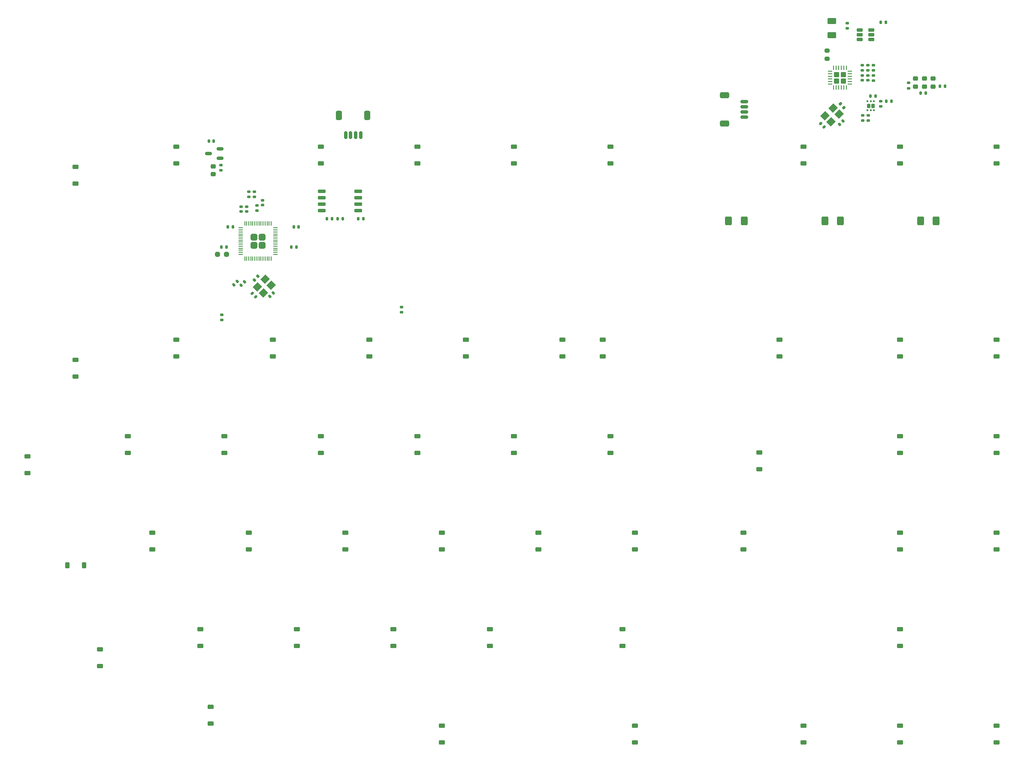
<source format=gbr>
%TF.GenerationSoftware,KiCad,Pcbnew,8.0.2*%
%TF.CreationDate,2024-11-08T19:37:49-08:00*%
%TF.ProjectId,gh80-5000-right,67683830-2d35-4303-9030-2d7269676874,rev?*%
%TF.SameCoordinates,Original*%
%TF.FileFunction,Paste,Bot*%
%TF.FilePolarity,Positive*%
%FSLAX46Y46*%
G04 Gerber Fmt 4.6, Leading zero omitted, Abs format (unit mm)*
G04 Created by KiCad (PCBNEW 8.0.2) date 2024-11-08 19:37:49*
%MOMM*%
%LPD*%
G01*
G04 APERTURE LIST*
G04 Aperture macros list*
%AMRoundRect*
0 Rectangle with rounded corners*
0 $1 Rounding radius*
0 $2 $3 $4 $5 $6 $7 $8 $9 X,Y pos of 4 corners*
0 Add a 4 corners polygon primitive as box body*
4,1,4,$2,$3,$4,$5,$6,$7,$8,$9,$2,$3,0*
0 Add four circle primitives for the rounded corners*
1,1,$1+$1,$2,$3*
1,1,$1+$1,$4,$5*
1,1,$1+$1,$6,$7*
1,1,$1+$1,$8,$9*
0 Add four rect primitives between the rounded corners*
20,1,$1+$1,$2,$3,$4,$5,0*
20,1,$1+$1,$4,$5,$6,$7,0*
20,1,$1+$1,$6,$7,$8,$9,0*
20,1,$1+$1,$8,$9,$2,$3,0*%
%AMRotRect*
0 Rectangle, with rotation*
0 The origin of the aperture is its center*
0 $1 length*
0 $2 width*
0 $3 Rotation angle, in degrees counterclockwise*
0 Add horizontal line*
21,1,$1,$2,0,0,$3*%
G04 Aperture macros list end*
%ADD10RoundRect,0.225000X0.375000X-0.225000X0.375000X0.225000X-0.375000X0.225000X-0.375000X-0.225000X0*%
%ADD11RoundRect,0.140000X0.219203X0.021213X0.021213X0.219203X-0.219203X-0.021213X-0.021213X-0.219203X0*%
%ADD12RoundRect,0.135000X-0.185000X0.135000X-0.185000X-0.135000X0.185000X-0.135000X0.185000X0.135000X0*%
%ADD13RoundRect,0.150000X0.625000X-0.150000X0.625000X0.150000X-0.625000X0.150000X-0.625000X-0.150000X0*%
%ADD14RoundRect,0.250000X0.650000X-0.350000X0.650000X0.350000X-0.650000X0.350000X-0.650000X-0.350000X0*%
%ADD15RoundRect,0.250000X-0.625000X0.375000X-0.625000X-0.375000X0.625000X-0.375000X0.625000X0.375000X0*%
%ADD16RotRect,1.400000X1.200000X45.000000*%
%ADD17RoundRect,0.140000X0.170000X-0.140000X0.170000X0.140000X-0.170000X0.140000X-0.170000X-0.140000X0*%
%ADD18RoundRect,0.140000X-0.021213X0.219203X-0.219203X0.021213X0.021213X-0.219203X0.219203X-0.021213X0*%
%ADD19RoundRect,0.135000X0.185000X-0.135000X0.185000X0.135000X-0.185000X0.135000X-0.185000X-0.135000X0*%
%ADD20RoundRect,0.237500X0.250000X0.237500X-0.250000X0.237500X-0.250000X-0.237500X0.250000X-0.237500X0*%
%ADD21RoundRect,0.150000X-0.150000X-0.625000X0.150000X-0.625000X0.150000X0.625000X-0.150000X0.625000X0*%
%ADD22RoundRect,0.250000X-0.350000X-0.650000X0.350000X-0.650000X0.350000X0.650000X-0.350000X0.650000X0*%
%ADD23RoundRect,0.218750X-0.256250X0.218750X-0.256250X-0.218750X0.256250X-0.218750X0.256250X0.218750X0*%
%ADD24RoundRect,0.140000X-0.140000X-0.170000X0.140000X-0.170000X0.140000X0.170000X-0.140000X0.170000X0*%
%ADD25RoundRect,0.135000X-0.135000X-0.185000X0.135000X-0.185000X0.135000X0.185000X-0.135000X0.185000X0*%
%ADD26RoundRect,0.249999X0.395001X0.395001X-0.395001X0.395001X-0.395001X-0.395001X0.395001X-0.395001X0*%
%ADD27RoundRect,0.050000X0.387500X0.050000X-0.387500X0.050000X-0.387500X-0.050000X0.387500X-0.050000X0*%
%ADD28RoundRect,0.050000X0.050000X0.387500X-0.050000X0.387500X-0.050000X-0.387500X0.050000X-0.387500X0*%
%ADD29RoundRect,0.150000X0.475000X0.150000X-0.475000X0.150000X-0.475000X-0.150000X0.475000X-0.150000X0*%
%ADD30RoundRect,0.140000X0.140000X0.170000X-0.140000X0.170000X-0.140000X-0.170000X0.140000X-0.170000X0*%
%ADD31RoundRect,0.135000X0.135000X0.185000X-0.135000X0.185000X-0.135000X-0.185000X0.135000X-0.185000X0*%
%ADD32RoundRect,0.135000X0.035355X-0.226274X0.226274X-0.035355X-0.035355X0.226274X-0.226274X0.035355X0*%
%ADD33RoundRect,0.225000X-0.375000X0.225000X-0.375000X-0.225000X0.375000X-0.225000X0.375000X0.225000X0*%
%ADD34RoundRect,0.140000X0.021213X-0.219203X0.219203X-0.021213X-0.021213X0.219203X-0.219203X0.021213X0*%
%ADD35RoundRect,0.140000X-0.170000X0.140000X-0.170000X-0.140000X0.170000X-0.140000X0.170000X0.140000X0*%
%ADD36RoundRect,0.225000X0.225000X0.375000X-0.225000X0.375000X-0.225000X-0.375000X0.225000X-0.375000X0*%
%ADD37RotRect,1.400000X1.200000X225.000000*%
%ADD38RoundRect,0.250000X0.275000X-0.275000X0.275000X0.275000X-0.275000X0.275000X-0.275000X-0.275000X0*%
%ADD39RoundRect,0.062500X0.062500X-0.375000X0.062500X0.375000X-0.062500X0.375000X-0.062500X-0.375000X0*%
%ADD40RoundRect,0.062500X0.375000X-0.062500X0.375000X0.062500X-0.375000X0.062500X-0.375000X-0.062500X0*%
%ADD41RoundRect,0.150000X-0.650000X-0.150000X0.650000X-0.150000X0.650000X0.150000X-0.650000X0.150000X0*%
%ADD42RoundRect,0.225000X-0.250000X0.225000X-0.250000X-0.225000X0.250000X-0.225000X0.250000X0.225000X0*%
%ADD43RoundRect,0.150000X0.512500X0.150000X-0.512500X0.150000X-0.512500X-0.150000X0.512500X-0.150000X0*%
%ADD44RoundRect,0.250000X-0.400000X-0.625000X0.400000X-0.625000X0.400000X0.625000X-0.400000X0.625000X0*%
%ADD45RoundRect,0.135000X0.226274X0.035355X0.035355X0.226274X-0.226274X-0.035355X-0.035355X-0.226274X0*%
%ADD46RoundRect,0.172500X0.172500X-0.262500X0.172500X0.262500X-0.172500X0.262500X-0.172500X-0.262500X0*%
%ADD47RoundRect,0.093750X0.106250X-0.093750X0.106250X0.093750X-0.106250X0.093750X-0.106250X-0.093750X0*%
%ADD48RoundRect,0.218750X0.256250X-0.218750X0.256250X0.218750X-0.256250X0.218750X-0.256250X-0.218750X0*%
%ADD49RoundRect,0.200000X-0.275000X0.200000X-0.275000X-0.200000X0.275000X-0.200000X0.275000X0.200000X0*%
G04 APERTURE END LIST*
D10*
%TO.C,D48*%
X279400000Y-97693750D03*
X279400000Y-94393750D03*
%TD*%
D11*
%TO.C,C15*%
X133176911Y-124039411D03*
X132498089Y-123360589D03*
%TD*%
D10*
%TO.C,D28*%
X203200000Y-97693750D03*
X203200000Y-94393750D03*
%TD*%
D12*
%TO.C,R24*%
X249900000Y-69970000D03*
X249900000Y-70990000D03*
%TD*%
%TO.C,R16*%
X255100000Y-78290000D03*
X255100000Y-79310000D03*
%TD*%
D13*
%TO.C,J4*%
X229600000Y-88500000D03*
X229600000Y-87500000D03*
X229600000Y-86500000D03*
X229600000Y-85500000D03*
D14*
X225725000Y-89800000D03*
X225725000Y-84200000D03*
%TD*%
D10*
%TO.C,D46*%
X260350000Y-192943750D03*
X260350000Y-189643750D03*
%TD*%
%TO.C,D5*%
X102393750Y-196912500D03*
X102393750Y-193612500D03*
%TD*%
%TO.C,D32*%
X205581250Y-192943750D03*
X205581250Y-189643750D03*
%TD*%
D15*
%TO.C,F1*%
X246900000Y-69580000D03*
X246900000Y-72380000D03*
%TD*%
D10*
%TO.C,D47*%
X260350000Y-211993750D03*
X260350000Y-208693750D03*
%TD*%
%TO.C,D37*%
X241300000Y-97693750D03*
X241300000Y-94393750D03*
%TD*%
D12*
%TO.C,R25*%
X256500000Y-85390000D03*
X256500000Y-86410000D03*
%TD*%
D16*
%TO.C,Y1*%
X133458642Y-122076777D03*
X135014277Y-120521142D03*
X136216358Y-121723223D03*
X134660723Y-123278858D03*
%TD*%
D17*
%TO.C,C5*%
X130300000Y-107180000D03*
X130300000Y-106220000D03*
%TD*%
D18*
%TO.C,C3*%
X129539411Y-120960589D03*
X128860589Y-121639411D03*
%TD*%
D10*
%TO.C,D10*%
X112712500Y-173893750D03*
X112712500Y-170593750D03*
%TD*%
D12*
%TO.C,R27*%
X253000000Y-88190000D03*
X253000000Y-89210000D03*
%TD*%
D17*
%TO.C,C19*%
X254000000Y-79280000D03*
X254000000Y-78320000D03*
%TD*%
D19*
%TO.C,R4*%
X161925000Y-127010000D03*
X161925000Y-125990000D03*
%TD*%
D20*
%TO.C,R8*%
X127412500Y-115600000D03*
X125587500Y-115600000D03*
%TD*%
D10*
%TO.C,D23*%
X184150000Y-97693750D03*
X184150000Y-94393750D03*
%TD*%
%TO.C,D33*%
X207962500Y-211993750D03*
X207962500Y-208693750D03*
%TD*%
%TO.C,D26*%
X169862500Y-173893750D03*
X169862500Y-170593750D03*
%TD*%
%TO.C,D36*%
X207962500Y-173893750D03*
X207962500Y-170593750D03*
%TD*%
D18*
%TO.C,C10*%
X130976911Y-121060589D03*
X130298089Y-121739411D03*
%TD*%
D21*
%TO.C,J3*%
X150900000Y-92100000D03*
X151900000Y-92100000D03*
X152900000Y-92100000D03*
X153900000Y-92100000D03*
D22*
X149600000Y-88225000D03*
X155200000Y-88225000D03*
%TD*%
D10*
%TO.C,D40*%
X229393750Y-173893750D03*
X229393750Y-170593750D03*
%TD*%
%TO.C,D1*%
X97631250Y-101662500D03*
X97631250Y-98362500D03*
%TD*%
D23*
%TO.C,D54*%
X263400000Y-80912500D03*
X263400000Y-82487500D03*
%TD*%
D10*
%TO.C,D17*%
X165100000Y-97693750D03*
X165100000Y-94393750D03*
%TD*%
%TO.C,D3*%
X88106250Y-158812500D03*
X88106250Y-155512500D03*
%TD*%
D24*
%TO.C,C16*%
X140670000Y-110190000D03*
X141630000Y-110190000D03*
%TD*%
%TO.C,C6*%
X123920000Y-93300000D03*
X124880000Y-93300000D03*
%TD*%
D10*
%TO.C,D35*%
X203200000Y-154843750D03*
X203200000Y-151543750D03*
%TD*%
%TO.C,D16*%
X141287500Y-192943750D03*
X141287500Y-189643750D03*
%TD*%
D12*
%TO.C,R26*%
X254100000Y-88190000D03*
X254100000Y-89210000D03*
%TD*%
D25*
%TO.C,R22*%
X264390000Y-83800000D03*
X265410000Y-83800000D03*
%TD*%
D26*
%TO.C,U1*%
X134400000Y-113800000D03*
X134400000Y-112200000D03*
X132800000Y-113800000D03*
X132800000Y-112200000D03*
D27*
X137037500Y-110400000D03*
X137037500Y-110800000D03*
X137037500Y-111200000D03*
X137037500Y-111600000D03*
X137037500Y-112000000D03*
X137037500Y-112400000D03*
X137037500Y-112800000D03*
X137037500Y-113200000D03*
X137037500Y-113600000D03*
X137037500Y-114000000D03*
X137037500Y-114400000D03*
X137037500Y-114800000D03*
X137037500Y-115200000D03*
X137037500Y-115600000D03*
D28*
X136200000Y-116437500D03*
X135800000Y-116437500D03*
X135400000Y-116437500D03*
X135000000Y-116437500D03*
X134600000Y-116437500D03*
X134200000Y-116437500D03*
X133800000Y-116437500D03*
X133400000Y-116437500D03*
X133000000Y-116437500D03*
X132600000Y-116437500D03*
X132200000Y-116437500D03*
X131800000Y-116437500D03*
X131400000Y-116437500D03*
X131000000Y-116437500D03*
D27*
X130162500Y-115600000D03*
X130162500Y-115200000D03*
X130162500Y-114800000D03*
X130162500Y-114400000D03*
X130162500Y-114000000D03*
X130162500Y-113600000D03*
X130162500Y-113200000D03*
X130162500Y-112800000D03*
X130162500Y-112400000D03*
X130162500Y-112000000D03*
X130162500Y-111600000D03*
X130162500Y-111200000D03*
X130162500Y-110800000D03*
X130162500Y-110400000D03*
D28*
X131000000Y-109562500D03*
X131400000Y-109562500D03*
X131800000Y-109562500D03*
X132200000Y-109562500D03*
X132600000Y-109562500D03*
X133000000Y-109562500D03*
X133400000Y-109562500D03*
X133800000Y-109562500D03*
X134200000Y-109562500D03*
X134600000Y-109562500D03*
X135000000Y-109562500D03*
X135400000Y-109562500D03*
X135800000Y-109562500D03*
X136200000Y-109562500D03*
%TD*%
D12*
%TO.C,R1*%
X126500000Y-127590000D03*
X126500000Y-128610000D03*
%TD*%
D10*
%TO.C,D14*%
X127000000Y-154843750D03*
X127000000Y-151543750D03*
%TD*%
%TO.C,D8*%
X117475000Y-135793750D03*
X117475000Y-132493750D03*
%TD*%
D29*
%TO.C,U5*%
X254675000Y-71330000D03*
X254675000Y-72280000D03*
X254675000Y-73230000D03*
X252325000Y-73230000D03*
X252325000Y-72280000D03*
X252325000Y-71330000D03*
%TD*%
D10*
%TO.C,D19*%
X146050000Y-154843750D03*
X146050000Y-151543750D03*
%TD*%
%TO.C,D52*%
X279400000Y-211993750D03*
X279400000Y-208693750D03*
%TD*%
%TO.C,D50*%
X279400000Y-154843750D03*
X279400000Y-151543750D03*
%TD*%
D30*
%TO.C,C9*%
X128630000Y-110180000D03*
X127670000Y-110180000D03*
%TD*%
D25*
%TO.C,R6*%
X147190000Y-108600000D03*
X148210000Y-108600000D03*
%TD*%
D31*
%TO.C,R20*%
X269220000Y-82400000D03*
X268200000Y-82400000D03*
%TD*%
D10*
%TO.C,D31*%
X188912500Y-173893750D03*
X188912500Y-170593750D03*
%TD*%
%TO.C,D22*%
X169862500Y-211993750D03*
X169862500Y-208693750D03*
%TD*%
D32*
%TO.C,R7*%
X132876876Y-120660624D03*
X133598124Y-119939376D03*
%TD*%
D10*
%TO.C,D13*%
X136525000Y-135793750D03*
X136525000Y-132493750D03*
%TD*%
%TO.C,D51*%
X279400000Y-173893750D03*
X279400000Y-170593750D03*
%TD*%
%TO.C,D2*%
X97631250Y-139762500D03*
X97631250Y-136462500D03*
%TD*%
%TO.C,D18*%
X155575000Y-135793750D03*
X155575000Y-132493750D03*
%TD*%
D33*
%TO.C,D39*%
X232568750Y-154718750D03*
X232568750Y-158018750D03*
%TD*%
D34*
%TO.C,C14*%
X135960589Y-123939411D03*
X136639411Y-123260589D03*
%TD*%
D35*
%TO.C,C22*%
X252900000Y-80320000D03*
X252900000Y-81280000D03*
%TD*%
D36*
%TO.C,D4*%
X99250000Y-177000000D03*
X95950000Y-177000000D03*
%TD*%
D37*
%TO.C,Y2*%
X248278858Y-87923223D03*
X246723223Y-89478858D03*
X245521142Y-88276777D03*
X247076777Y-86721142D03*
%TD*%
D38*
%TO.C,U4*%
X247812500Y-81400000D03*
X249112500Y-81400000D03*
X247812500Y-80100000D03*
X249112500Y-80100000D03*
D39*
X249712500Y-82687500D03*
X249212500Y-82687500D03*
X248712500Y-82687500D03*
X248212500Y-82687500D03*
X247712500Y-82687500D03*
X247212500Y-82687500D03*
D40*
X246525000Y-82000000D03*
X246525000Y-81500000D03*
X246525000Y-81000000D03*
X246525000Y-80500000D03*
X246525000Y-80000000D03*
X246525000Y-79500000D03*
D39*
X247212500Y-78812500D03*
X247712500Y-78812500D03*
X248212500Y-78812500D03*
X248712500Y-78812500D03*
X249212500Y-78812500D03*
X249712500Y-78812500D03*
D40*
X250400000Y-79500000D03*
X250400000Y-80000000D03*
X250400000Y-80500000D03*
X250400000Y-81000000D03*
X250400000Y-81500000D03*
X250400000Y-82000000D03*
%TD*%
D41*
%TO.C,U2*%
X146200000Y-107005000D03*
X146200000Y-105735000D03*
X146200000Y-104465000D03*
X146200000Y-103195000D03*
X153400000Y-103195000D03*
X153400000Y-104465000D03*
X153400000Y-105735000D03*
X153400000Y-107005000D03*
%TD*%
D42*
%TO.C,C4*%
X124800000Y-98225000D03*
X124800000Y-99775000D03*
%TD*%
D43*
%TO.C,U3*%
X126137500Y-94750000D03*
X126137500Y-96650000D03*
X123862500Y-95700000D03*
%TD*%
D10*
%TO.C,D15*%
X131762500Y-173893750D03*
X131762500Y-170593750D03*
%TD*%
D17*
%TO.C,C12*%
X133400000Y-106950000D03*
X133400000Y-105990000D03*
%TD*%
%TO.C,C21*%
X252900000Y-79280000D03*
X252900000Y-78320000D03*
%TD*%
D10*
%TO.C,D25*%
X165100000Y-154843750D03*
X165100000Y-151543750D03*
%TD*%
%TO.C,D45*%
X260350000Y-173893750D03*
X260350000Y-170593750D03*
%TD*%
%TO.C,D38*%
X236537500Y-135793750D03*
X236537500Y-132493750D03*
%TD*%
D17*
%TO.C,C2*%
X134550000Y-105900000D03*
X134550000Y-104940000D03*
%TD*%
D44*
%TO.C,R12*%
X245482500Y-109000000D03*
X248582500Y-109000000D03*
%TD*%
D10*
%TO.C,D27*%
X179387500Y-192943750D03*
X179387500Y-189643750D03*
%TD*%
%TO.C,D42*%
X260350000Y-97693750D03*
X260350000Y-94393750D03*
%TD*%
%TO.C,D24*%
X174625000Y-135793750D03*
X174625000Y-132493750D03*
%TD*%
%TO.C,D41*%
X241300000Y-211993750D03*
X241300000Y-208693750D03*
%TD*%
%TO.C,D20*%
X150812500Y-173893750D03*
X150812500Y-170593750D03*
%TD*%
%TO.C,D11*%
X122237500Y-192943750D03*
X122237500Y-189643750D03*
%TD*%
D12*
%TO.C,R2*%
X132900000Y-103290000D03*
X132900000Y-104310000D03*
%TD*%
D44*
%TO.C,R14*%
X264356250Y-109000000D03*
X267456250Y-109000000D03*
%TD*%
D10*
%TO.C,D7*%
X117475000Y-97693750D03*
X117475000Y-94393750D03*
%TD*%
D11*
%TO.C,C17*%
X245339411Y-90439411D03*
X244660589Y-89760589D03*
%TD*%
D23*
%TO.C,D56*%
X265110000Y-80912500D03*
X265110000Y-82487500D03*
%TD*%
D45*
%TO.C,R21*%
X249260624Y-86660624D03*
X248539376Y-85939376D03*
%TD*%
D17*
%TO.C,C1*%
X131400000Y-107180000D03*
X131400000Y-106220000D03*
%TD*%
D10*
%TO.C,D34*%
X201612500Y-135793750D03*
X201612500Y-132493750D03*
%TD*%
D24*
%TO.C,C13*%
X140220000Y-114210000D03*
X141180000Y-114210000D03*
%TD*%
%TO.C,C8*%
X153420000Y-108600000D03*
X154380000Y-108600000D03*
%TD*%
D46*
%TO.C,U6*%
X254150000Y-86287500D03*
X254950000Y-86287500D03*
D47*
X255200000Y-87175000D03*
X254550000Y-87175000D03*
X253900000Y-87175000D03*
X253900000Y-85400000D03*
X254550000Y-85400000D03*
X255200000Y-85400000D03*
%TD*%
D48*
%TO.C,D55*%
X266810000Y-82487500D03*
X266810000Y-80912500D03*
%TD*%
D34*
%TO.C,C18*%
X248360589Y-89939411D03*
X249039411Y-89260589D03*
%TD*%
D10*
%TO.C,D29*%
X193675000Y-135793750D03*
X193675000Y-132493750D03*
%TD*%
%TO.C,D44*%
X260350000Y-154843750D03*
X260350000Y-151543750D03*
%TD*%
%TO.C,D9*%
X107950000Y-154843750D03*
X107950000Y-151543750D03*
%TD*%
D25*
%TO.C,R5*%
X149290000Y-108600000D03*
X150310000Y-108600000D03*
%TD*%
D24*
%TO.C,C23*%
X254520000Y-84400000D03*
X255480000Y-84400000D03*
%TD*%
D35*
%TO.C,C20*%
X254000000Y-80320000D03*
X254000000Y-81280000D03*
%TD*%
D10*
%TO.C,D6*%
X124300000Y-208250000D03*
X124300000Y-204950000D03*
%TD*%
D30*
%TO.C,C7*%
X127380000Y-114210000D03*
X126420000Y-114210000D03*
%TD*%
D10*
%TO.C,D12*%
X146050000Y-97693750D03*
X146050000Y-94393750D03*
%TD*%
%TO.C,D43*%
X260350000Y-135793750D03*
X260350000Y-132493750D03*
%TD*%
D25*
%TO.C,R15*%
X257590000Y-85400000D03*
X258610000Y-85400000D03*
%TD*%
D49*
%TO.C,R18*%
X245900000Y-75375000D03*
X245900000Y-77025000D03*
%TD*%
D10*
%TO.C,D49*%
X279400000Y-135793750D03*
X279400000Y-132493750D03*
%TD*%
D19*
%TO.C,R19*%
X262000000Y-82810000D03*
X262000000Y-81790000D03*
%TD*%
D10*
%TO.C,D30*%
X184150000Y-154843750D03*
X184150000Y-151543750D03*
%TD*%
D19*
%TO.C,R3*%
X131800000Y-104310000D03*
X131800000Y-103290000D03*
%TD*%
D35*
%TO.C,C11*%
X126300000Y-98020000D03*
X126300000Y-98980000D03*
%TD*%
D10*
%TO.C,D21*%
X160337500Y-192943750D03*
X160337500Y-189643750D03*
%TD*%
D25*
%TO.C,R23*%
X256490000Y-69780000D03*
X257510000Y-69780000D03*
%TD*%
D44*
%TO.C,R10*%
X226450000Y-109000000D03*
X229550000Y-109000000D03*
%TD*%
D12*
%TO.C,R17*%
X255100000Y-80290000D03*
X255100000Y-81310000D03*
%TD*%
M02*

</source>
